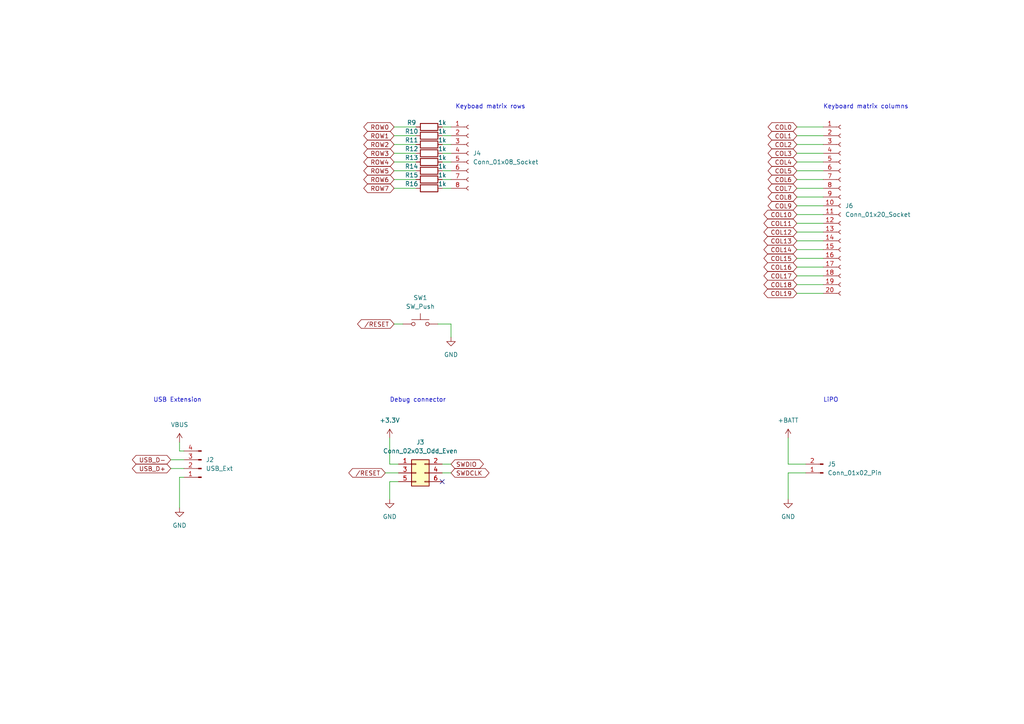
<source format=kicad_sch>
(kicad_sch (version 20230121) (generator eeschema)
  (paper "A4")
  (lib_symbols
    (symbol "Connector:Conn_01x02_Pin" (pin_names (offset 1.016) hide)
      (property "Reference" "J" (at 0 2.54 0))
      (property "Value" "Conn_01x02_Pin" (at 0 -5.08 0))
      (symbol "Conn_01x02_Pin_1_1"
        (polyline (pts (xy 1.27 -2.54) (xy 0.8636 -2.54)) (stroke (width 0.1524)))
        (polyline (pts (xy 1.27 0) (xy 0.8636 0)) (stroke (width 0.1524)))
        (rectangle (start 0.8636 -2.413) (end 0 -2.667) (stroke (width 0.1524)) (fill (type outline)))
        (rectangle (start 0.8636 0.127) (end 0 -0.127) (stroke (width 0.1524)) (fill (type outline)))
        (pin passive line (at 5.08 0 180) (length 3.81) (name "Pin_1") (number "1"))
        (pin passive line (at 5.08 -2.54 180) (length 3.81) (name "Pin_2") (number "2"))
      )
    )
    (symbol "Connector:Conn_01x04_Pin" (pin_names (offset 1.016) hide)
      (property "Reference" "J" (at 0 5.08 0))
      (property "Value" "Conn_01x04_Pin" (at 0 -7.62 0))
      (symbol "Conn_01x04_Pin_1_1"
        (polyline (pts (xy 1.27 -5.08) (xy 0.8636 -5.08)) (stroke (width 0.1524)))
        (polyline (pts (xy 1.27 -2.54) (xy 0.8636 -2.54)) (stroke (width 0.1524)))
        (polyline (pts (xy 1.27 0) (xy 0.8636 0)) (stroke (width 0.1524)))
        (polyline (pts (xy 1.27 2.54) (xy 0.8636 2.54)) (stroke (width 0.1524)))
        (rectangle (start 0.8636 -4.953) (end 0 -5.207) (stroke (width 0.1524)) (fill (type outline)))
        (rectangle (start 0.8636 -2.413) (end 0 -2.667) (stroke (width 0.1524)) (fill (type outline)))
        (rectangle (start 0.8636 0.127) (end 0 -0.127) (stroke (width 0.1524)) (fill (type outline)))
        (rectangle (start 0.8636 2.667) (end 0 2.413) (stroke (width 0.1524)) (fill (type outline)))
        (pin passive line (at 5.08 2.54 180) (length 3.81) (name "Pin_1") (number "1"))
        (pin passive line (at 5.08 0 180) (length 3.81) (name "Pin_2") (number "2"))
        (pin passive line (at 5.08 -2.54 180) (length 3.81) (name "Pin_3") (number "3"))
        (pin passive line (at 5.08 -5.08 180) (length 3.81) (name "Pin_4") (number "4"))
      )
    )
    (symbol "Connector:Conn_01x08_Socket" (pin_names (offset 1.016) hide)
      (property "Reference" "J" (at 0 10.16 0))
      (property "Value" "Conn_01x08_Socket" (at 0 -12.7 0))
      (symbol "Conn_01x08_Socket_1_1"
        (arc (start 0 -9.652) (mid -0.5058 -10.16) (end 0 -10.668) (stroke (width 0.1524)))
        (arc (start 0 -7.112) (mid -0.5058 -7.62) (end 0 -8.128) (stroke (width 0.1524)))
        (arc (start 0 -4.572) (mid -0.5058 -5.08) (end 0 -5.588) (stroke (width 0.1524)))
        (arc (start 0 -2.032) (mid -0.5058 -2.54) (end 0 -3.048) (stroke (width 0.1524)))
        (polyline (pts (xy -1.27 -10.16) (xy -0.508 -10.16)) (stroke (width 0.1524)))
        (polyline (pts (xy -1.27 -7.62) (xy -0.508 -7.62)) (stroke (width 0.1524)))
        (polyline (pts (xy -1.27 -5.08) (xy -0.508 -5.08)) (stroke (width 0.1524)))
        (polyline (pts (xy -1.27 -2.54) (xy -0.508 -2.54)) (stroke (width 0.1524)))
        (polyline (pts (xy -1.27 0) (xy -0.508 0)) (stroke (width 0.1524)))
        (polyline (pts (xy -1.27 2.54) (xy -0.508 2.54)) (stroke (width 0.1524)))
        (polyline (pts (xy -1.27 5.08) (xy -0.508 5.08)) (stroke (width 0.1524)))
        (polyline (pts (xy -1.27 7.62) (xy -0.508 7.62)) (stroke (width 0.1524)))
        (arc (start 0 0.508) (mid -0.5058 0) (end 0 -0.508) (stroke (width 0.1524)))
        (arc (start 0 3.048) (mid -0.5058 2.54) (end 0 2.032) (stroke (width 0.1524)))
        (arc (start 0 5.588) (mid -0.5058 5.08) (end 0 4.572) (stroke (width 0.1524)))
        (arc (start 0 8.128) (mid -0.5058 7.62) (end 0 7.112) (stroke (width 0.1524)))
        (pin passive line (at -5.08 7.62 0) (length 3.81) (name "Pin_1") (number "1"))
        (pin passive line (at -5.08 5.08 0) (length 3.81) (name "Pin_2") (number "2"))
        (pin passive line (at -5.08 2.54 0) (length 3.81) (name "Pin_3") (number "3"))
        (pin passive line (at -5.08 0 0) (length 3.81) (name "Pin_4") (number "4"))
        (pin passive line (at -5.08 -2.54 0) (length 3.81) (name "Pin_5") (number "5"))
        (pin passive line (at -5.08 -5.08 0) (length 3.81) (name "Pin_6") (number "6"))
        (pin passive line (at -5.08 -7.62 0) (length 3.81) (name "Pin_7") (number "7"))
        (pin passive line (at -5.08 -10.16 0) (length 3.81) (name "Pin_8") (number "8"))
      )
    )
    (symbol "Connector:Conn_01x20_Socket" (pin_names (offset 1.016) hide)
      (property "Reference" "J" (at 0 25.4 0))
      (property "Value" "Conn_01x20_Socket" (at 0 -27.94 0))
      (symbol "Conn_01x20_Socket_1_1"
        (arc (start 0 -24.892) (mid -0.5058 -25.4) (end 0 -25.908) (stroke (width 0.1524)))
        (arc (start 0 -22.352) (mid -0.5058 -22.86) (end 0 -23.368) (stroke (width 0.1524)))
        (arc (start 0 -19.812) (mid -0.5058 -20.32) (end 0 -20.828) (stroke (width 0.1524)))
        (arc (start 0 -17.272) (mid -0.5058 -17.78) (end 0 -18.288) (stroke (width 0.1524)))
        (arc (start 0 -14.732) (mid -0.5058 -15.24) (end 0 -15.748) (stroke (width 0.1524)))
        (arc (start 0 -12.192) (mid -0.5058 -12.7) (end 0 -13.208) (stroke (width 0.1524)))
        (arc (start 0 -9.652) (mid -0.5058 -10.16) (end 0 -10.668) (stroke (width 0.1524)))
        (arc (start 0 -7.112) (mid -0.5058 -7.62) (end 0 -8.128) (stroke (width 0.1524)))
        (arc (start 0 -4.572) (mid -0.5058 -5.08) (end 0 -5.588) (stroke (width 0.1524)))
        (arc (start 0 -2.032) (mid -0.5058 -2.54) (end 0 -3.048) (stroke (width 0.1524)))
        (polyline (pts (xy -1.27 -25.4) (xy -0.508 -25.4)) (stroke (width 0.1524)))
        (polyline (pts (xy -1.27 -22.86) (xy -0.508 -22.86)) (stroke (width 0.1524)))
        (polyline (pts (xy -1.27 -20.32) (xy -0.508 -20.32)) (stroke (width 0.1524)))
        (polyline (pts (xy -1.27 -17.78) (xy -0.508 -17.78)) (stroke (width 0.1524)))
        (polyline (pts (xy -1.27 -15.24) (xy -0.508 -15.24)) (stroke (width 0.1524)))
        (polyline (pts (xy -1.27 -12.7) (xy -0.508 -12.7)) (stroke (width 0.1524)))
        (polyline (pts (xy -1.27 -10.16) (xy -0.508 -10.16)) (stroke (width 0.1524)))
        (polyline (pts (xy -1.27 -7.62) (xy -0.508 -7.62)) (stroke (width 0.1524)))
        (polyline (pts (xy -1.27 -5.08) (xy -0.508 -5.08)) (stroke (width 0.1524)))
        (polyline (pts (xy -1.27 -2.54) (xy -0.508 -2.54)) (stroke (width 0.1524)))
        (polyline (pts (xy -1.27 0) (xy -0.508 0)) (stroke (width 0.1524)))
        (polyline (pts (xy -1.27 2.54) (xy -0.508 2.54)) (stroke (width 0.1524)))
        (polyline (pts (xy -1.27 5.08) (xy -0.508 5.08)) (stroke (width 0.1524)))
        (polyline (pts (xy -1.27 7.62) (xy -0.508 7.62)) (stroke (width 0.1524)))
        (polyline (pts (xy -1.27 10.16) (xy -0.508 10.16)) (stroke (width 0.1524)))
        (polyline (pts (xy -1.27 12.7) (xy -0.508 12.7)) (stroke (width 0.1524)))
        (polyline (pts (xy -1.27 15.24) (xy -0.508 15.24)) (stroke (width 0.1524)))
        (polyline (pts (xy -1.27 17.78) (xy -0.508 17.78)) (stroke (width 0.1524)))
        (polyline (pts (xy -1.27 20.32) (xy -0.508 20.32)) (stroke (width 0.1524)))
        (polyline (pts (xy -1.27 22.86) (xy -0.508 22.86)) (stroke (width 0.1524)))
        (arc (start 0 0.508) (mid -0.5058 0) (end 0 -0.508) (stroke (width 0.1524)))
        (arc (start 0 3.048) (mid -0.5058 2.54) (end 0 2.032) (stroke (width 0.1524)))
        (arc (start 0 5.588) (mid -0.5058 5.08) (end 0 4.572) (stroke (width 0.1524)))
        (arc (start 0 8.128) (mid -0.5058 7.62) (end 0 7.112) (stroke (width 0.1524)))
        (arc (start 0 10.668) (mid -0.5058 10.16) (end 0 9.652) (stroke (width 0.1524)))
        (arc (start 0 13.208) (mid -0.5058 12.7) (end 0 12.192) (stroke (width 0.1524)))
        (arc (start 0 15.748) (mid -0.5058 15.24) (end 0 14.732) (stroke (width 0.1524)))
        (arc (start 0 18.288) (mid -0.5058 17.78) (end 0 17.272) (stroke (width 0.1524)))
        (arc (start 0 20.828) (mid -0.5058 20.32) (end 0 19.812) (stroke (width 0.1524)))
        (arc (start 0 23.368) (mid -0.5058 22.86) (end 0 22.352) (stroke (width 0.1524)))
        (pin passive line (at -5.08 22.86 0) (length 3.81) (name "Pin_1") (number "1"))
        (pin passive line (at -5.08 0 0) (length 3.81) (name "Pin_10") (number "10"))
        (pin passive line (at -5.08 -2.54 0) (length 3.81) (name "Pin_11") (number "11"))
        (pin passive line (at -5.08 -5.08 0) (length 3.81) (name "Pin_12") (number "12"))
        (pin passive line (at -5.08 -7.62 0) (length 3.81) (name "Pin_13") (number "13"))
        (pin passive line (at -5.08 -10.16 0) (length 3.81) (name "Pin_14") (number "14"))
        (pin passive line (at -5.08 -12.7 0) (length 3.81) (name "Pin_15") (number "15"))
        (pin passive line (at -5.08 -15.24 0) (length 3.81) (name "Pin_16") (number "16"))
        (pin passive line (at -5.08 -17.78 0) (length 3.81) (name "Pin_17") (number "17"))
        (pin passive line (at -5.08 -20.32 0) (length 3.81) (name "Pin_18") (number "18"))
        (pin passive line (at -5.08 -22.86 0) (length 3.81) (name "Pin_19") (number "19"))
        (pin passive line (at -5.08 20.32 0) (length 3.81) (name "Pin_2") (number "2"))
        (pin passive line (at -5.08 -25.4 0) (length 3.81) (name "Pin_20") (number "20"))
        (pin passive line (at -5.08 17.78 0) (length 3.81) (name "Pin_3") (number "3"))
        (pin passive line (at -5.08 15.24 0) (length 3.81) (name "Pin_4") (number "4"))
        (pin passive line (at -5.08 12.7 0) (length 3.81) (name "Pin_5") (number "5"))
        (pin passive line (at -5.08 10.16 0) (length 3.81) (name "Pin_6") (number "6"))
        (pin passive line (at -5.08 7.62 0) (length 3.81) (name "Pin_7") (number "7"))
        (pin passive line (at -5.08 5.08 0) (length 3.81) (name "Pin_8") (number "8"))
        (pin passive line (at -5.08 2.54 0) (length 3.81) (name "Pin_9") (number "9"))
      )
    )
    (symbol "Connector_Generic:Conn_02x03_Odd_Even" (pin_names (offset 1.016) hide)
      (property "Reference" "J" (at 1.27 5.08 0))
      (property "Value" "Conn_02x03_Odd_Even" (at 1.27 -5.08 0))
      (symbol "Conn_02x03_Odd_Even_1_1"
        (rectangle (start -1.27 -2.413) (end 0 -2.667) (stroke (width 0.1524)))
        (rectangle (start -1.27 0.127) (end 0 -0.127) (stroke (width 0.1524)))
        (rectangle (start -1.27 2.667) (end 0 2.413) (stroke (width 0.1524)))
        (rectangle (start -1.27 3.81) (end 3.81 -3.81) (stroke (width 0.254)) (fill (type background)))
        (rectangle (start 3.81 -2.413) (end 2.54 -2.667) (stroke (width 0.1524)))
        (rectangle (start 3.81 0.127) (end 2.54 -0.127) (stroke (width 0.1524)))
        (rectangle (start 3.81 2.667) (end 2.54 2.413) (stroke (width 0.1524)))
        (pin passive line (at -5.08 2.54 0) (length 3.81) (name "Pin_1") (number "1"))
        (pin passive line (at 7.62 2.54 180) (length 3.81) (name "Pin_2") (number "2"))
        (pin passive line (at -5.08 0 0) (length 3.81) (name "Pin_3") (number "3"))
        (pin passive line (at 7.62 0 180) (length 3.81) (name "Pin_4") (number "4"))
        (pin passive line (at -5.08 -2.54 0) (length 3.81) (name "Pin_5") (number "5"))
        (pin passive line (at 7.62 -2.54 180) (length 3.81) (name "Pin_6") (number "6"))
      )
    )
    (symbol "Device:R" (pin_numbers hide) (pin_names (offset 0))
      (property "Reference" "R" (at 2.032 0 90))
      (property "Value" "R" (at 0 0 90))
      (symbol "R_0_1"
        (rectangle (start -1.016 -2.54) (end 1.016 2.54) (stroke (width 0.254)))
      )
      (symbol "R_1_1"
        (pin passive line (at 0 3.81 270) (length 1.27) (name "~") (number "1"))
        (pin passive line (at 0 -3.81 90) (length 1.27) (name "~") (number "2"))
      )
    )
    (symbol "Switch:SW_Push" (pin_numbers hide) (pin_names (offset 1.016) hide)
      (property "Reference" "SW" (at 1.27 2.54 0))
      (property "Value" "SW_Push" (at 0 -1.524 0))
      (symbol "SW_Push_0_1"
        (circle (center -2.032 0) (radius 0.508))
        (polyline (pts (xy 0 1.27) (xy 0 3.048)))
        (polyline (pts (xy 2.54 1.27) (xy -2.54 1.27)))
        (circle (center 2.032 0) (radius 0.508))
        (pin passive line (at -5.08 0 0) (length 2.54) (name "1") (number "1"))
        (pin passive line (at 5.08 0 180) (length 2.54) (name "2") (number "2"))
      )
    )
    (symbol "power:+3.3V" (power) (pin_names (offset 0))
      (property "Value" "+3.3V" (at 0 3.556 0))
      (symbol "+3.3V_0_1"
        (polyline (pts (xy -0.762 1.27) (xy 0 2.54)))
        (polyline (pts (xy 0 0) (xy 0 2.54)))
        (polyline (pts (xy 0 2.54) (xy 0.762 1.27)))
      )
      (symbol "+3.3V_1_1"
        (pin power_in line (at 0 0 90) (length 0) hide (name "+3.3V") (number "1"))
      )
    )
    (symbol "power:+BATT" (power) (pin_names (offset 0))
      (property "Value" "+BATT" (at 0 3.556 0))
      (symbol "+BATT_0_1"
        (polyline (pts (xy -0.762 1.27) (xy 0 2.54)))
        (polyline (pts (xy 0 0) (xy 0 2.54)))
        (polyline (pts (xy 0 2.54) (xy 0.762 1.27)))
      )
      (symbol "+BATT_1_1"
        (pin power_in line (at 0 0 90) (length 0) hide (name "+BATT") (number "1"))
      )
    )
    (symbol "power:GND" (power) (pin_names (offset 0))
      (property "Value" "GND" (at 0 -3.81 0))
      (symbol "GND_0_1"
        (polyline (pts (xy 0 0) (xy 0 -1.27) (xy 1.27 -1.27) (xy 0 -2.54) (xy -1.27 -1.27) (xy 0 -1.27)))
      )
      (symbol "GND_1_1"
        (pin power_in line (at 0 0 270) (length 0) hide (name "GND") (number "1"))
      )
    )
    (symbol "power:VBUS" (power) (pin_names (offset 0))
      (property "Value" "VBUS" (at 0 3.81 0))
      (symbol "VBUS_0_1"
        (polyline (pts (xy -0.762 1.27) (xy 0 2.54)))
        (polyline (pts (xy 0 0) (xy 0 2.54)))
        (polyline (pts (xy 0 2.54) (xy 0.762 1.27)))
      )
      (symbol "VBUS_1_1"
        (pin power_in line (at 0 0 90) (length 0) hide (name "VBUS") (number "1"))
      )
    )
  )
  (no_connect (at 128.27 139.7))
  (wire (pts (xy 53.34 138.43) (xy 52.07 138.43)))
  (wire (pts (xy 231.14 46.99) (xy 238.76 46.99)))
  (wire (pts (xy 130.81 93.98) (xy 130.81 97.79)))
  (wire (pts (xy 114.3 49.53) (xy 120.65 49.53)))
  (wire (pts (xy 231.14 52.07) (xy 238.76 52.07)))
  (wire (pts (xy 231.14 57.15) (xy 238.76 57.15)))
  (wire (pts (xy 114.3 52.07) (xy 120.65 52.07)))
  (wire (pts (xy 128.27 44.45) (xy 130.81 44.45)))
  (wire (pts (xy 114.3 41.91) (xy 120.65 41.91)))
  (wire (pts (xy 231.14 41.91) (xy 238.76 41.91)))
  (wire (pts (xy 111.76 137.16) (xy 115.57 137.16)))
  (wire (pts (xy 231.14 44.45) (xy 238.76 44.45)))
  (wire (pts (xy 231.14 72.39) (xy 238.76 72.39)))
  (wire (pts (xy 231.14 59.69) (xy 238.76 59.69)))
  (wire (pts (xy 228.6 134.62) (xy 228.6 127)))
  (wire (pts (xy 115.57 134.62) (xy 113.03 134.62)))
  (wire (pts (xy 128.27 49.53) (xy 130.81 49.53)))
  (wire (pts (xy 128.27 39.37) (xy 130.81 39.37)))
  (wire (pts (xy 114.3 36.83) (xy 120.65 36.83)))
  (wire (pts (xy 128.27 36.83) (xy 130.81 36.83)))
  (wire (pts (xy 128.27 134.62) (xy 130.81 134.62)))
  (wire (pts (xy 231.14 85.09) (xy 238.76 85.09)))
  (wire (pts (xy 231.14 64.77) (xy 238.76 64.77)))
  (wire (pts (xy 115.57 139.7) (xy 113.03 139.7)))
  (wire (pts (xy 113.03 139.7) (xy 113.03 144.78)))
  (wire (pts (xy 127 93.98) (xy 130.81 93.98)))
  (wire (pts (xy 114.3 39.37) (xy 120.65 39.37)))
  (wire (pts (xy 231.14 82.55) (xy 238.76 82.55)))
  (wire (pts (xy 231.14 74.93) (xy 238.76 74.93)))
  (wire (pts (xy 228.6 137.16) (xy 228.6 144.78)))
  (wire (pts (xy 49.53 133.35) (xy 53.34 133.35)))
  (wire (pts (xy 114.3 54.61) (xy 120.65 54.61)))
  (wire (pts (xy 231.14 69.85) (xy 238.76 69.85)))
  (wire (pts (xy 114.3 44.45) (xy 120.65 44.45)))
  (wire (pts (xy 231.14 77.47) (xy 238.76 77.47)))
  (wire (pts (xy 233.68 134.62) (xy 228.6 134.62)))
  (wire (pts (xy 113.03 134.62) (xy 113.03 127)))
  (wire (pts (xy 114.3 93.98) (xy 116.84 93.98)))
  (wire (pts (xy 231.14 62.23) (xy 238.76 62.23)))
  (wire (pts (xy 231.14 36.83) (xy 238.76 36.83)))
  (wire (pts (xy 231.14 39.37) (xy 238.76 39.37)))
  (wire (pts (xy 128.27 46.99) (xy 130.81 46.99)))
  (wire (pts (xy 231.14 67.31) (xy 238.76 67.31)))
  (wire (pts (xy 231.14 54.61) (xy 238.76 54.61)))
  (wire (pts (xy 49.53 135.89) (xy 53.34 135.89)))
  (wire (pts (xy 114.3 46.99) (xy 120.65 46.99)))
  (wire (pts (xy 52.07 128.27) (xy 52.07 130.81)))
  (wire (pts (xy 231.14 49.53) (xy 238.76 49.53)))
  (wire (pts (xy 231.14 80.01) (xy 238.76 80.01)))
  (wire (pts (xy 128.27 54.61) (xy 130.81 54.61)))
  (wire (pts (xy 52.07 138.43) (xy 52.07 147.32)))
  (wire (pts (xy 233.68 137.16) (xy 228.6 137.16)))
  (wire (pts (xy 128.27 41.91) (xy 130.81 41.91)))
  (wire (pts (xy 128.27 52.07) (xy 130.81 52.07)))
  (wire (pts (xy 128.27 137.16) (xy 130.81 137.16)))
  (wire (pts (xy 52.07 130.81) (xy 53.34 130.81)))
  (text "Debug connector" (at 113.03 116.84 0) (effects (font (size 1.27 1.27)) (justify left bottom)))
  (text "Keyboard matrix columns" (at 238.76 31.75 0) (effects (font (size 1.27 1.27)) (justify left bottom)))
  (text "LiPO" (at 238.76 116.84 0) (effects (font (size 1.27 1.27)) (justify left bottom)))
  (text "USB Extension" (at 44.45 116.84 0) (effects (font (size 1.27 1.27)) (justify left bottom)))
  (text "Keyboad matrix rows" (at 132.08 31.75 0) (effects (font (size 1.27 1.27)) (justify left bottom)))
  (global_label "ROW6" (shape bidirectional) (at 114.3 52.07 180) (property "Intersheetrefs" "${INTERSHEET_REFS}" (effects hide)))
  (global_label "ROW7" (shape bidirectional) (at 114.3 54.61 180) (property "Intersheetrefs" "${INTERSHEET_REFS}" (effects hide)))
  (global_label "SWDIO" (shape bidirectional) (at 130.81 134.62 0) (property "Intersheetrefs" "${INTERSHEET_REFS}" (effects hide)))
  (global_label "COL5" (shape bidirectional) (at 231.14 49.53 180) (property "Intersheetrefs" "${INTERSHEET_REFS}" (effects hide)))
  (global_label "SWDCLK" (shape bidirectional) (at 130.81 137.16 0) (property "Intersheetrefs" "${INTERSHEET_REFS}" (effects hide)))
  (global_label "ROW3" (shape bidirectional) (at 114.3 44.45 180) (property "Intersheetrefs" "${INTERSHEET_REFS}" (effects hide)))
  (global_label "ROW2" (shape bidirectional) (at 114.3 41.91 180) (property "Intersheetrefs" "${INTERSHEET_REFS}" (effects hide)))
  (global_label "COL6" (shape bidirectional) (at 231.14 52.07 180) (property "Intersheetrefs" "${INTERSHEET_REFS}" (effects hide)))
  (global_label "ROW0" (shape bidirectional) (at 114.3 36.83 180) (property "Intersheetrefs" "${INTERSHEET_REFS}" (effects hide)))
  (global_label "COL15" (shape bidirectional) (at 231.14 74.93 180) (property "Intersheetrefs" "${INTERSHEET_REFS}" (effects hide)))
  (global_label "COL18" (shape bidirectional) (at 231.14 82.55 180) (property "Intersheetrefs" "${INTERSHEET_REFS}" (effects hide)))
  (global_label "COL4" (shape bidirectional) (at 231.14 46.99 180) (property "Intersheetrefs" "${INTERSHEET_REFS}" (effects hide)))
  (global_label "COL7" (shape bidirectional) (at 231.14 54.61 180) (property "Intersheetrefs" "${INTERSHEET_REFS}" (effects hide)))
  (global_label "COL13" (shape bidirectional) (at 231.14 69.85 180) (property "Intersheetrefs" "${INTERSHEET_REFS}" (effects hide)))
  (global_label "{slash}RESET" (shape bidirectional) (at 114.3 93.98 180) (property "Intersheetrefs" "${INTERSHEET_REFS}" (effects hide)))
  (global_label "ROW1" (shape bidirectional) (at 114.3 39.37 180) (property "Intersheetrefs" "${INTERSHEET_REFS}" (effects hide)))
  (global_label "COL17" (shape bidirectional) (at 231.14 80.01 180) (property "Intersheetrefs" "${INTERSHEET_REFS}" (effects hide)))
  (global_label "COL3" (shape bidirectional) (at 231.14 44.45 180) (property "Intersheetrefs" "${INTERSHEET_REFS}" (effects hide)))
  (global_label "COL16" (shape bidirectional) (at 231.14 77.47 180) (property "Intersheetrefs" "${INTERSHEET_REFS}" (effects hide)))
  (global_label "USB_D-" (shape bidirectional) (at 49.53 133.35 180) (property "Intersheetrefs" "${INTERSHEET_REFS}" (effects hide)))
  (global_label "COL11" (shape bidirectional) (at 231.14 64.77 180) (property "Intersheetrefs" "${INTERSHEET_REFS}" (effects hide)))
  (global_label "COL9" (shape bidirectional) (at 231.14 59.69 180) (property "Intersheetrefs" "${INTERSHEET_REFS}" (effects hide)))
  (global_label "COL10" (shape bidirectional) (at 231.14 62.23 180) (property "Intersheetrefs" "${INTERSHEET_REFS}" (effects hide)))
  (global_label "COL12" (shape bidirectional) (at 231.14 67.31 180) (property "Intersheetrefs" "${INTERSHEET_REFS}" (effects hide)))
  (global_label "COL19" (shape bidirectional) (at 231.14 85.09 180) (property "Intersheetrefs" "${INTERSHEET_REFS}" (effects hide)))
  (global_label "COL8" (shape bidirectional) (at 231.14 57.15 180) (property "Intersheetrefs" "${INTERSHEET_REFS}" (effects hide)))
  (global_label "USB_D+" (shape bidirectional) (at 49.53 135.89 180) (property "Intersheetrefs" "${INTERSHEET_REFS}" (effects hide)))
  (global_label "ROW4" (shape bidirectional) (at 114.3 46.99 180) (property "Intersheetrefs" "${INTERSHEET_REFS}" (effects hide)))
  (global_label "COL0" (shape bidirectional) (at 231.14 36.83 180) (property "Intersheetrefs" "${INTERSHEET_REFS}" (effects hide)))
  (global_label "COL14" (shape bidirectional) (at 231.14 72.39 180) (property "Intersheetrefs" "${INTERSHEET_REFS}" (effects hide)))
  (global_label "COL1" (shape bidirectional) (at 231.14 39.37 180) (property "Intersheetrefs" "${INTERSHEET_REFS}" (effects hide)))
  (global_label "COL2" (shape bidirectional) (at 231.14 41.91 180) (property "Intersheetrefs" "${INTERSHEET_REFS}" (effects hide)))
  (global_label "{slash}RESET" (shape bidirectional) (at 111.76 137.16 180) (property "Intersheetrefs" "${INTERSHEET_REFS}" (effects hide)))
  (global_label "ROW5" (shape bidirectional) (at 114.3 49.53 180) (property "Intersheetrefs" "${INTERSHEET_REFS}" (effects hide)))
  (symbol (lib_id "Connector_Generic:Conn_02x03_Odd_Even") (at 120.65 137.16 0) (unit 1)
    (property "Reference" "J3" (at 121.92 128.27 0))
    (property "Value" "Conn_02x03_Odd_Even" (at 121.92 130.81 0))
    (property "Footprint" "Connector:Tag-Connect_TC2030-IDC-NL_2x03_P1.27mm_Vertical" (effects hide))
  )
  (symbol (lib_id "Connector:Conn_01x02_Pin") (at 238.76 137.16 180) (unit 1)
    (property "Reference" "J5" (at 240.03 134.62 0) (effects (justify right)))
    (property "Value" "Conn_01x02_Pin" (at 240.03 137.16 0) (effects (justify right)))
  )
  (symbol (lib_id "power:GND") (at 130.81 97.79 0) (unit 1)
    (property "Reference" "#PWR052" (effects hide))
    (property "Value" "GND" (at 130.81 102.87 0))
  )
  (symbol (lib_id "Connector:Conn_01x08_Socket") (at 135.89 44.45 0) (unit 1)
    (property "Reference" "J4" (at 137.16 44.45 0) (effects (justify left)))
    (property "Value" "Conn_01x08_Socket" (at 137.16 46.99 0) (effects (justify left)))
  )
  (symbol (lib_id "Device:R") (at 124.46 44.45 270) (unit 1)
    (property "Reference" "R12" (at 119.38 43.18 90))
    (property "Value" "1k" (at 128.27 43.18 90))
    (property "Footprint" "Resistor_SMD:R_0603_1608Metric" (effects hide))
    (property "LCSC" "C21190" (effects hide))
  )
  (symbol (lib_id "Device:R") (at 124.46 46.99 270) (unit 1)
    (property "Reference" "R13" (at 119.38 45.72 90))
    (property "Value" "1k" (at 128.27 45.72 90))
    (property "Footprint" "Resistor_SMD:R_0603_1608Metric" (effects hide))
    (property "LCSC" "C21190" (effects hide))
  )
  (symbol (lib_id "Device:R") (at 124.46 41.91 270) (unit 1)
    (property "Reference" "R11" (at 119.38 40.64 90))
    (property "Value" "1k" (at 128.27 40.64 90))
    (property "Footprint" "Resistor_SMD:R_0603_1608Metric" (effects hide))
    (property "LCSC" "C21190" (effects hide))
  )
  (symbol (lib_id "Device:R") (at 124.46 36.83 270) (unit 1)
    (property "Reference" "R9" (at 119.38 35.56 90))
    (property "Value" "1k" (at 128.27 35.56 90))
    (property "Footprint" "Resistor_SMD:R_0603_1608Metric" (effects hide))
    (property "LCSC" "C21190" (effects hide))
  )
  (symbol (lib_id "Connector:Conn_01x20_Socket") (at 243.84 59.69 0) (unit 1)
    (property "Reference" "J6" (at 245.11 59.69 0) (effects (justify left)))
    (property "Value" "Conn_01x20_Socket" (at 245.11 62.23 0) (effects (justify left)))
  )
  (symbol (lib_id "Device:R") (at 124.46 54.61 270) (unit 1)
    (property "Reference" "R16" (at 119.38 53.34 90))
    (property "Value" "1k" (at 128.27 53.34 90))
    (property "Footprint" "Resistor_SMD:R_0603_1608Metric" (effects hide))
    (property "LCSC" "C21190" (effects hide))
  )
  (symbol (lib_id "power:GND") (at 113.03 144.78 0) (unit 1)
    (property "Reference" "#PWR051" (effects hide))
    (property "Value" "GND" (at 113.03 149.86 0))
  )
  (symbol (lib_id "power:VBUS") (at 52.07 128.27 0) (unit 1)
    (property "Reference" "#PWR054" (effects hide))
    (property "Value" "VBUS" (at 52.07 123.19 0))
    (instances (project "m122" (path "" (reference "#PWR054") (unit 1)) (path "" (reference "#PWR048") (unit 1))))
  )
  (symbol (lib_id "power:+3.3V") (at 113.03 127 0) (unit 1)
    (property "Reference" "#PWR050" (effects hide))
    (property "Value" "+3.3V" (at 113.03 121.92 0))
  )
  (symbol (lib_id "power:GND") (at 52.07 147.32 0) (unit 1)
    (property "Reference" "#PWR08" (effects hide))
    (property "Value" "GND" (at 52.07 152.4 0))
    (instances (project "m122" (path "" (reference "#PWR08") (unit 1)) (path "" (reference "#PWR049") (unit 1))))
  )
  (symbol (lib_id "power:+BATT") (at 228.6 127 0) (unit 1)
    (property "Reference" "#PWR053" (effects hide))
    (property "Value" "+BATT" (at 228.6 121.92 0))
  )
  (symbol (lib_id "power:GND") (at 228.6 144.78 0) (unit 1)
    (property "Reference" "#PWR054" (effects hide))
    (property "Value" "GND" (at 228.6 149.86 0))
  )
  (symbol (lib_id "Connector:Conn_01x04_Pin") (at 58.42 135.89 180) (unit 1)
    (property "Reference" "J2" (at 59.69 133.35 0) (effects (justify right)))
    (property "Value" "USB_Ext" (at 59.69 135.89 0) (effects (justify right)))
  )
  (symbol (lib_id "Switch:SW_Push") (at 121.92 93.98 0) (unit 1)
    (property "Reference" "SW1" (at 121.92 86.36 0))
    (property "Value" "SW_Push" (at 121.92 88.9 0))
  )
  (symbol (lib_id "Device:R") (at 124.46 49.53 270) (unit 1)
    (property "Reference" "R14" (at 119.38 48.26 90))
    (property "Value" "1k" (at 128.27 48.26 90))
    (property "Footprint" "Resistor_SMD:R_0603_1608Metric" (effects hide))
    (property "LCSC" "C21190" (effects hide))
  )
  (symbol (lib_id "Device:R") (at 124.46 39.37 270) (unit 1)
    (property "Reference" "R10" (at 119.38 38.1 90))
    (property "Value" "1k" (at 128.27 38.1 90))
    (property "Footprint" "Resistor_SMD:R_0603_1608Metric" (effects hide))
    (property "LCSC" "C21190" (effects hide))
  )
  (symbol (lib_id "Device:R") (at 124.46 52.07 270) (unit 1)
    (property "Reference" "R15" (at 119.38 50.8 90))
    (property "Value" "1k" (at 128.27 50.8 90))
    (property "Footprint" "Resistor_SMD:R_0603_1608Metric" (effects hide))
    (property "LCSC" "C21190" (effects hide))
  )
)
</source>
